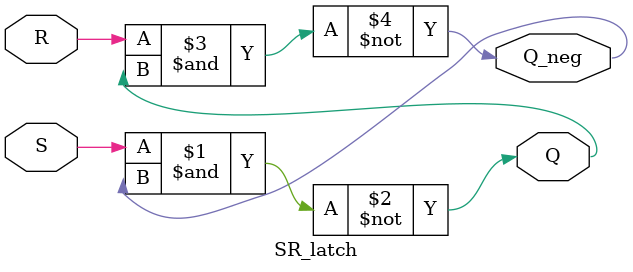
<source format=v>
`timescale 1ns / 1ps

module SR_latch(S, R, Q, Q_neg);
    input wire S, R;
    output wire Q, Q_neg;
    
    nand(Q, S, Q_neg);
    nand(Q_neg, R, Q);
endmodule
</source>
